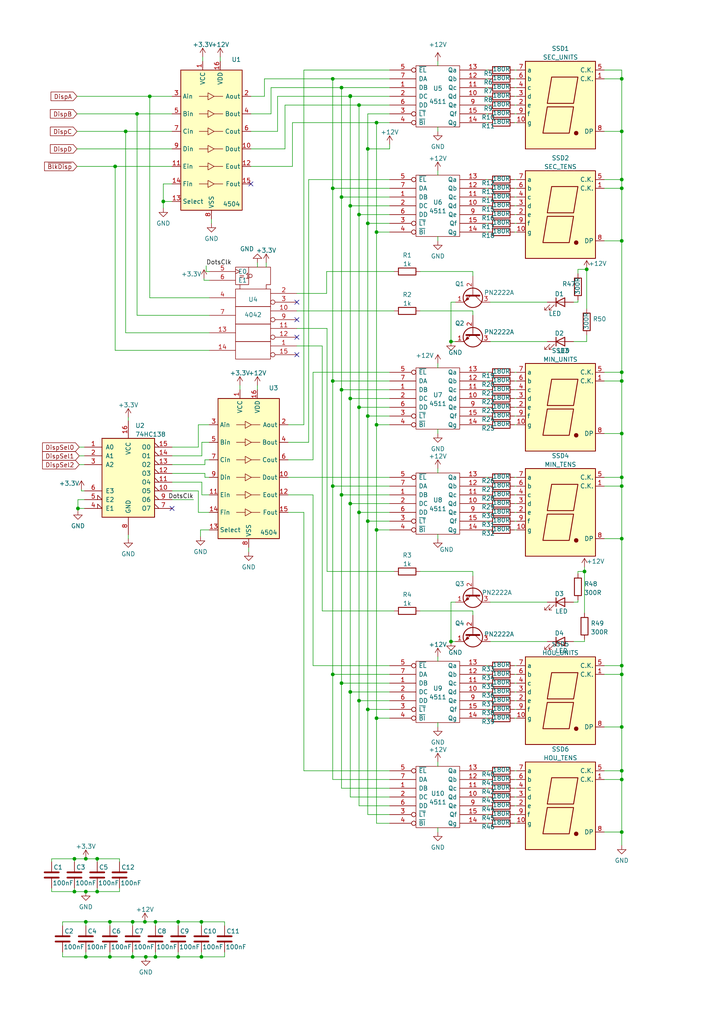
<source format=kicad_sch>
(kicad_sch (version 20211123) (generator eeschema)
  (paper "A4" portrait)
  (junction (at 180.34 223.52))
  (junction (at 101.6 115.57))
  (junction (at 180.34 210.82))
  (junction (at 28.194 249.047))
  (junction (at 180.34 38.1))
  (junction (at 180.34 54.61))
  (junction (at 31.877 267.335))
  (junction (at 24.892 258.572))
  (junction (at 96.52 195.58))
  (junction (at 109.22 67.31))
  (junction (at 33.401 48.26))
  (junction (at 101.6 27.813))
  (junction (at 51.689 267.335))
  (junction (at 104.14 118.11))
  (junction (at 106.68 43.18))
  (junction (at 39.751 33.02))
  (junction (at 45.085 267.335))
  (junction (at 101.6 59.69))
  (junction (at 180.34 195.58))
  (junction (at 99.06 143.51))
  (junction (at 99.06 25.4))
  (junction (at 42.037 267.335))
  (junction (at 24.892 267.335))
  (junction (at 130.81 186.055))
  (junction (at 96.52 22.86))
  (junction (at 24.892 277.495))
  (junction (at 99.06 57.15))
  (junction (at 58.42 267.335))
  (junction (at 180.34 107.95))
  (junction (at 180.34 138.43))
  (junction (at 104.14 30.48))
  (junction (at 38.481 277.495))
  (junction (at 104.14 203.2))
  (junction (at 31.877 277.495))
  (junction (at 36.449 38.1))
  (junction (at 104.14 62.23))
  (junction (at 109.22 153.67))
  (junction (at 22.606 147.447))
  (junction (at 180.34 193.04))
  (junction (at 180.34 22.86))
  (junction (at 180.34 226.06))
  (junction (at 28.194 258.572))
  (junction (at 169.545 165.735))
  (junction (at 109.22 208.28))
  (junction (at 180.34 140.97))
  (junction (at 58.42 277.495))
  (junction (at 24.892 249.047))
  (junction (at 180.34 241.3))
  (junction (at 130.81 99.06))
  (junction (at 104.14 148.59))
  (junction (at 101.6 146.05))
  (junction (at 99.06 113.03))
  (junction (at 45.085 277.495))
  (junction (at 21.59 258.572))
  (junction (at 106.68 151.13))
  (junction (at 106.68 120.65))
  (junction (at 170.18 78.105))
  (junction (at 43.434 27.94))
  (junction (at 42.291 277.495))
  (junction (at 101.6 200.66))
  (junction (at 109.22 35.56))
  (junction (at 180.34 125.73))
  (junction (at 51.689 277.495))
  (junction (at 38.481 267.335))
  (junction (at 101.6 27.94))
  (junction (at 96.52 140.97))
  (junction (at 106.68 64.77))
  (junction (at 21.59 249.047))
  (junction (at 96.52 54.61))
  (junction (at 106.68 205.74))
  (junction (at 96.52 110.49))
  (junction (at 109.22 123.19))
  (junction (at 180.34 110.49))
  (junction (at 180.34 156.21))
  (junction (at 180.34 52.07))
  (junction (at 99.06 198.12))
  (junction (at 47.371 58.42))
  (junction (at 180.34 69.85))
  (no_connect (at 86.106 92.71))
  (no_connect (at 86.106 102.87))
  (no_connect (at 86.106 97.79))
  (no_connect (at 86.106 87.63))
  (no_connect (at 49.911 147.447))
  (no_connect (at 72.771 53.34))
  (wire (pts (xy 140.97 226.06) (xy 141.605 226.06)))
  (wire (pts (xy 113.03 52.07) (xy 89.535 52.07)))
  (wire (pts (xy 96.52 195.58) (xy 113.03 195.58)))
  (wire (pts (xy 57.531 123.19) (xy 60.706 123.19)))
  (wire (pts (xy 99.06 198.12) (xy 99.06 228.6)))
  (wire (pts (xy 60.706 143.51) (xy 58.547 143.51)))
  (wire (pts (xy 127 220.98) (xy 127 222.25)))
  (wire (pts (xy 140.97 153.67) (xy 141.605 153.67)))
  (wire (pts (xy 149.225 228.6) (xy 149.86 228.6)))
  (wire (pts (xy 137.16 78.74) (xy 137.16 80.01)))
  (wire (pts (xy 121.92 78.74) (xy 137.16 78.74)))
  (wire (pts (xy 59.182 81.28) (xy 60.706 81.28)))
  (wire (pts (xy 86.106 95.25) (xy 94.869 95.25)))
  (wire (pts (xy 101.6 146.05) (xy 113.03 146.05)))
  (wire (pts (xy 59.436 134.747) (xy 59.436 133.35)))
  (wire (pts (xy 72.771 38.1) (xy 80.518 38.1)))
  (wire (pts (xy 14.986 249.047) (xy 14.986 249.936)))
  (wire (pts (xy 51.689 276.098) (xy 51.689 277.495)))
  (wire (pts (xy 180.34 69.85) (xy 180.34 54.61)))
  (wire (pts (xy 140.97 27.94) (xy 141.605 27.94)))
  (wire (pts (xy 149.225 27.94) (xy 149.86 27.94)))
  (wire (pts (xy 109.22 123.19) (xy 113.03 123.19)))
  (wire (pts (xy 99.06 113.03) (xy 113.03 113.03)))
  (wire (pts (xy 180.34 226.06) (xy 180.34 241.3)))
  (wire (pts (xy 149.225 120.65) (xy 149.86 120.65)))
  (wire (pts (xy 89.535 128.27) (xy 83.566 128.27)))
  (wire (pts (xy 34.671 258.572) (xy 28.194 258.572)))
  (wire (pts (xy 140.97 59.69) (xy 141.605 59.69)))
  (wire (pts (xy 140.97 203.2) (xy 141.605 203.2)))
  (wire (pts (xy 22.606 147.447) (xy 22.606 148.082)))
  (wire (pts (xy 39.751 91.44) (xy 39.751 33.02)))
  (wire (pts (xy 90.805 107.95) (xy 113.03 107.95)))
  (wire (pts (xy 175.26 125.73) (xy 180.34 125.73)))
  (wire (pts (xy 113.03 43.18) (xy 106.68 43.18)))
  (wire (pts (xy 65.151 267.335) (xy 65.151 268.478)))
  (wire (pts (xy 127 124.46) (xy 127 125.73)))
  (wire (pts (xy 61.341 63.5) (xy 61.341 64.77)))
  (wire (pts (xy 57.531 142.367) (xy 57.531 148.59)))
  (wire (pts (xy 127 68.58) (xy 127 69.85)))
  (wire (pts (xy 149.225 62.23) (xy 149.86 62.23)))
  (wire (pts (xy 149.225 198.12) (xy 149.86 198.12)))
  (wire (pts (xy 57.531 129.667) (xy 57.531 123.19)))
  (wire (pts (xy 23.622 141.986) (xy 23.622 142.367)))
  (wire (pts (xy 140.97 236.22) (xy 141.605 236.22)))
  (wire (pts (xy 140.97 146.05) (xy 141.605 146.05)))
  (wire (pts (xy 149.225 110.49) (xy 149.86 110.49)))
  (wire (pts (xy 137.16 90.17) (xy 137.16 91.44)))
  (wire (pts (xy 89.535 52.07) (xy 89.535 128.27)))
  (wire (pts (xy 140.97 205.74) (xy 141.605 205.74)))
  (wire (pts (xy 170.18 99.06) (xy 170.18 97.155)))
  (wire (pts (xy 104.14 233.68) (xy 113.03 233.68)))
  (wire (pts (xy 37.211 121.031) (xy 37.211 122.047)))
  (wire (pts (xy 101.6 115.57) (xy 101.6 146.05)))
  (wire (pts (xy 72.771 43.18) (xy 82.677 43.18)))
  (wire (pts (xy 180.34 223.52) (xy 180.34 226.06)))
  (wire (pts (xy 99.06 25.4) (xy 113.03 25.4)))
  (wire (pts (xy 49.911 139.827) (xy 58.547 139.827)))
  (wire (pts (xy 127 36.83) (xy 127 38.1)))
  (wire (pts (xy 101.6 59.69) (xy 113.03 59.69)))
  (wire (pts (xy 58.42 267.335) (xy 58.42 268.478)))
  (wire (pts (xy 169.545 165.735) (xy 169.545 177.8)))
  (wire (pts (xy 21.59 249.047) (xy 14.986 249.047)))
  (wire (pts (xy 21.59 257.556) (xy 21.59 258.572)))
  (wire (pts (xy 127 49.53) (xy 127 50.8)))
  (wire (pts (xy 106.68 33.02) (xy 106.68 43.18)))
  (wire (pts (xy 113.03 33.02) (xy 106.68 33.02)))
  (wire (pts (xy 106.68 151.13) (xy 113.03 151.13)))
  (wire (pts (xy 140.97 118.11) (xy 141.605 118.11)))
  (wire (pts (xy 101.6 27.94) (xy 101.6 27.813)))
  (wire (pts (xy 22.352 27.94) (xy 43.434 27.94)))
  (wire (pts (xy 24.892 249.047) (xy 28.194 249.047)))
  (wire (pts (xy 58.547 128.27) (xy 60.706 128.27)))
  (wire (pts (xy 113.03 110.49) (xy 96.52 110.49)))
  (wire (pts (xy 49.911 137.287) (xy 59.436 137.287)))
  (wire (pts (xy 175.26 226.06) (xy 180.34 226.06)))
  (wire (pts (xy 140.97 33.02) (xy 141.605 33.02)))
  (wire (pts (xy 43.434 27.94) (xy 49.911 27.94)))
  (wire (pts (xy 22.352 38.1) (xy 36.449 38.1)))
  (wire (pts (xy 104.14 148.59) (xy 104.14 203.2)))
  (wire (pts (xy 113.03 193.04) (xy 90.805 193.04)))
  (wire (pts (xy 149.225 151.13) (xy 149.86 151.13)))
  (wire (pts (xy 88.138 20.32) (xy 88.138 123.19)))
  (wire (pts (xy 38.481 267.335) (xy 42.037 267.335)))
  (wire (pts (xy 58.42 277.495) (xy 51.689 277.495)))
  (wire (pts (xy 140.97 238.76) (xy 141.605 238.76)))
  (wire (pts (xy 96.52 140.97) (xy 113.03 140.97)))
  (wire (pts (xy 28.194 249.047) (xy 34.671 249.047)))
  (wire (pts (xy 180.34 210.82) (xy 175.26 210.82)))
  (wire (pts (xy 167.64 174.625) (xy 167.64 173.99)))
  (wire (pts (xy 104.14 30.48) (xy 104.14 62.23)))
  (wire (pts (xy 96.52 54.61) (xy 113.03 54.61)))
  (wire (pts (xy 121.92 165.735) (xy 137.16 165.735)))
  (wire (pts (xy 96.52 22.86) (xy 113.03 22.86)))
  (wire (pts (xy 130.81 186.055) (xy 132.08 186.055)))
  (wire (pts (xy 88.138 148.59) (xy 88.138 223.52)))
  (wire (pts (xy 149.225 30.48) (xy 149.86 30.48)))
  (wire (pts (xy 109.22 208.28) (xy 113.03 208.28)))
  (wire (pts (xy 78.613 25.4) (xy 99.06 25.4)))
  (wire (pts (xy 104.14 203.2) (xy 104.14 233.68)))
  (wire (pts (xy 113.03 238.76) (xy 109.22 238.76)))
  (wire (pts (xy 22.352 48.26) (xy 33.401 48.26)))
  (wire (pts (xy 104.14 118.11) (xy 104.14 148.59)))
  (wire (pts (xy 33.401 48.26) (xy 49.911 48.26)))
  (wire (pts (xy 38.481 277.495) (xy 42.291 277.495)))
  (wire (pts (xy 149.225 208.28) (xy 149.86 208.28)))
  (wire (pts (xy 18.161 267.335) (xy 24.892 267.335)))
  (wire (pts (xy 93.472 177.165) (xy 93.472 100.33)))
  (wire (pts (xy 175.26 54.61) (xy 180.34 54.61)))
  (wire (pts (xy 140.97 148.59) (xy 141.605 148.59)))
  (wire (pts (xy 142.24 99.06) (xy 158.75 99.06)))
  (wire (pts (xy 78.613 25.4) (xy 78.613 33.02)))
  (wire (pts (xy 140.97 113.03) (xy 141.605 113.03)))
  (wire (pts (xy 149.225 57.15) (xy 149.86 57.15)))
  (wire (pts (xy 180.34 107.95) (xy 180.34 110.49)))
  (wire (pts (xy 18.161 277.495) (xy 24.892 277.495)))
  (wire (pts (xy 24.892 276.098) (xy 24.892 277.495)))
  (wire (pts (xy 99.06 143.51) (xy 99.06 198.12)))
  (wire (pts (xy 106.68 151.13) (xy 106.68 205.74)))
  (wire (pts (xy 47.371 53.34) (xy 47.371 58.42)))
  (wire (pts (xy 167.64 165.735) (xy 169.545 165.735)))
  (wire (pts (xy 149.225 107.95) (xy 149.86 107.95)))
  (wire (pts (xy 180.34 54.61) (xy 180.34 52.07)))
  (wire (pts (xy 34.671 257.556) (xy 34.671 258.572)))
  (wire (pts (xy 140.97 35.56) (xy 141.605 35.56)))
  (wire (pts (xy 109.22 67.31) (xy 109.22 123.19)))
  (wire (pts (xy 45.085 267.335) (xy 45.085 268.478)))
  (wire (pts (xy 22.987 132.207) (xy 24.511 132.207)))
  (wire (pts (xy 140.97 228.6) (xy 141.605 228.6)))
  (wire (pts (xy 106.68 120.65) (xy 106.68 151.13)))
  (wire (pts (xy 59.436 138.43) (xy 60.706 138.43)))
  (wire (pts (xy 96.52 195.58) (xy 96.52 140.97)))
  (wire (pts (xy 83.566 143.51) (xy 90.805 143.51)))
  (wire (pts (xy 31.877 276.098) (xy 31.877 277.495)))
  (wire (pts (xy 37.211 155.067) (xy 37.211 156.21)))
  (wire (pts (xy 127 17.78) (xy 127 19.05)))
  (wire (pts (xy 109.22 67.31) (xy 113.03 67.31)))
  (wire (pts (xy 175.26 107.95) (xy 180.34 107.95)))
  (wire (pts (xy 180.34 210.82) (xy 180.34 223.52)))
  (wire (pts (xy 140.97 233.68) (xy 141.605 233.68)))
  (wire (pts (xy 149.225 113.03) (xy 149.86 113.03)))
  (wire (pts (xy 109.22 153.67) (xy 113.03 153.67)))
  (wire (pts (xy 36.449 38.1) (xy 49.911 38.1)))
  (wire (pts (xy 90.805 107.95) (xy 90.805 133.35)))
  (wire (pts (xy 175.26 140.97) (xy 180.34 140.97)))
  (wire (pts (xy 96.52 140.97) (xy 96.52 110.49)))
  (wire (pts (xy 99.06 57.15) (xy 113.03 57.15)))
  (wire (pts (xy 88.138 123.19) (xy 83.566 123.19)))
  (wire (pts (xy 149.225 123.19) (xy 149.86 123.19)))
  (wire (pts (xy 169.545 164.465) (xy 169.545 165.735)))
  (wire (pts (xy 109.22 35.56) (xy 109.22 67.31)))
  (wire (pts (xy 149.225 52.07) (xy 149.86 52.07)))
  (wire (pts (xy 76.708 22.86) (xy 96.52 22.86)))
  (wire (pts (xy 49.911 129.667) (xy 57.531 129.667)))
  (wire (pts (xy 167.64 78.105) (xy 170.18 78.105)))
  (wire (pts (xy 47.371 58.42) (xy 49.911 58.42)))
  (wire (pts (xy 140.97 64.77) (xy 141.605 64.77)))
  (wire (pts (xy 175.26 20.32) (xy 180.34 20.32)))
  (wire (pts (xy 140.97 123.19) (xy 141.605 123.19)))
  (wire (pts (xy 99.06 143.51) (xy 113.03 143.51)))
  (wire (pts (xy 149.225 205.74) (xy 149.86 205.74)))
  (wire (pts (xy 149.225 115.57) (xy 149.86 115.57)))
  (wire (pts (xy 142.24 174.625) (xy 158.75 174.625)))
  (wire (pts (xy 140.97 193.04) (xy 141.605 193.04)))
  (wire (pts (xy 149.225 20.32) (xy 149.86 20.32)))
  (wire (pts (xy 43.434 86.36) (xy 60.706 86.36)))
  (wire (pts (xy 175.26 69.85) (xy 180.34 69.85)))
  (wire (pts (xy 88.138 223.52) (xy 113.03 223.52)))
  (wire (pts (xy 101.6 200.66) (xy 113.03 200.66)))
  (wire (pts (xy 90.805 193.04) (xy 90.805 143.51)))
  (wire (pts (xy 137.16 165.735) (xy 137.16 167.005)))
  (wire (pts (xy 24.892 267.335) (xy 31.877 267.335)))
  (wire (pts (xy 121.92 177.165) (xy 137.16 177.165)))
  (wire (pts (xy 175.26 223.52) (xy 180.34 223.52)))
  (wire (pts (xy 104.14 203.2) (xy 113.03 203.2)))
  (wire (pts (xy 106.68 43.18) (xy 106.68 64.77)))
  (wire (pts (xy 149.225 22.86) (xy 149.86 22.86)))
  (wire (pts (xy 96.52 22.86) (xy 96.52 54.61)))
  (wire (pts (xy 58.801 16.51) (xy 58.801 17.78)))
  (wire (pts (xy 149.225 35.56) (xy 149.86 35.56)))
  (wire (pts (xy 58.547 139.827) (xy 58.547 143.51)))
  (wire (pts (xy 127 240.03) (xy 127 241.3)))
  (wire (pts (xy 80.518 27.94) (xy 101.6 27.94)))
  (wire (pts (xy 149.225 231.14) (xy 149.86 231.14)))
  (wire (pts (xy 104.14 148.59) (xy 113.03 148.59)))
  (wire (pts (xy 149.225 64.77) (xy 149.86 64.77)))
  (wire (pts (xy 94.869 165.735) (xy 94.869 95.25)))
  (wire (pts (xy 180.34 193.04) (xy 180.34 195.58)))
  (wire (pts (xy 140.97 30.48) (xy 141.605 30.48)))
  (wire (pts (xy 38.481 276.098) (xy 38.481 277.495)))
  (wire (pts (xy 140.97 195.58) (xy 141.605 195.58)))
  (wire (pts (xy 149.225 25.4) (xy 149.86 25.4)))
  (wire (pts (xy 59.436 137.287) (xy 59.436 138.43)))
  (wire (pts (xy 99.06 228.6) (xy 113.03 228.6)))
  (wire (pts (xy 106.68 205.74) (xy 106.68 236.22)))
  (wire (pts (xy 65.151 267.335) (xy 58.42 267.335)))
  (wire (pts (xy 140.97 231.14) (xy 141.605 231.14)))
  (wire (pts (xy 140.97 138.43) (xy 141.605 138.43)))
  (wire (pts (xy 149.225 226.06) (xy 149.86 226.06)))
  (wire (pts (xy 140.97 67.31) (xy 141.605 67.31)))
  (wire (pts (xy 180.34 241.3) (xy 180.34 245.11)))
  (wire (pts (xy 43.434 27.94) (xy 43.434 86.36)))
  (wire (pts (xy 140.97 107.95) (xy 141.605 107.95)))
  (wire (pts (xy 22.352 43.18) (xy 49.911 43.18)))
  (wire (pts (xy 140.97 62.23) (xy 141.605 62.23)))
  (wire (pts (xy 58.42 276.098) (xy 58.42 277.495)))
  (wire (pts (xy 149.225 203.2) (xy 149.86 203.2)))
  (wire (pts (xy 114.3 165.735) (xy 94.869 165.735)))
  (wire (pts (xy 113.03 30.48) (xy 104.14 30.48)))
  (wire (pts (xy 149.225 67.31) (xy 149.86 67.31)))
  (wire (pts (xy 49.911 134.747) (xy 59.436 134.747)))
  (wire (pts (xy 51.689 277.495) (xy 45.085 277.495)))
  (wire (pts (xy 166.37 87.63) (xy 167.64 87.63)))
  (wire (pts (xy 149.225 143.51) (xy 149.86 143.51)))
  (wire (pts (xy 127 105.41) (xy 127 106.68)))
  (wire (pts (xy 166.37 174.625) (xy 167.64 174.625)))
  (wire (pts (xy 49.911 53.34) (xy 47.371 53.34)))
  (wire (pts (xy 99.06 198.12) (xy 113.03 198.12)))
  (wire (pts (xy 109.22 153.67) (xy 109.22 123.19)))
  (wire (pts (xy 59.817 77.089) (xy 59.817 78.74)))
  (wire (pts (xy 14.986 258.572) (xy 21.59 258.572)))
  (wire (pts (xy 72.771 33.02) (xy 78.613 33.02)))
  (wire (pts (xy 69.596 111.76) (xy 69.596 113.03)))
  (wire (pts (xy 142.24 87.63) (xy 158.75 87.63)))
  (wire (pts (xy 180.34 69.85) (xy 180.34 107.95)))
  (wire (pts (xy 127 209.55) (xy 127 210.82)))
  (wire (pts (xy 74.676 111.76) (xy 74.676 113.03)))
  (wire (pts (xy 49.911 132.207) (xy 58.547 132.207)))
  (wire (pts (xy 24.511 144.907) (xy 22.606 144.907)))
  (wire (pts (xy 175.26 195.58) (xy 180.34 195.58)))
  (wire (pts (xy 169.545 185.42) (xy 169.545 186.055)))
  (wire (pts (xy 130.81 174.625) (xy 130.81 186.055)))
  (wire (pts (xy 47.371 58.42) (xy 47.371 60.325)))
  (wire (pts (xy 130.81 99.06) (xy 132.08 99.06)))
  (wire (pts (xy 86.106 90.17) (xy 114.3 90.17)))
  (wire (pts (xy 114.3 177.165) (xy 93.472 177.165)))
  (wire (pts (xy 149.225 195.58) (xy 149.86 195.58)))
  (wire (pts (xy 149.225 200.66) (xy 149.86 200.66)))
  (wire (pts (xy 63.881 16.51) (xy 63.881 17.78)))
  (wire (pts (xy 22.606 144.907) (xy 22.606 147.447)))
  (wire (pts (xy 101.6 200.66) (xy 101.6 231.14)))
  (wire (pts (xy 58.547 132.207) (xy 58.547 128.27)))
  (wire (pts (xy 149.225 138.43) (xy 149.86 138.43)))
  (wire (pts (xy 175.26 156.21) (xy 180.34 156.21)))
  (wire (pts (xy 149.225 236.22) (xy 149.86 236.22)))
  (wire (pts (xy 175.26 52.07) (xy 180.34 52.07)))
  (wire (pts (xy 23.622 142.367) (xy 24.511 142.367)))
  (wire (pts (xy 59.182 80.772) (xy 59.182 81.28)))
  (wire (pts (xy 140.97 20.32) (xy 141.605 20.32)))
  (wire (pts (xy 140.97 208.28) (xy 141.605 208.28)))
  (wire (pts (xy 36.449 96.52) (xy 36.449 38.1)))
  (wire (pts (xy 65.151 276.098) (xy 65.151 277.495)))
  (wire (pts (xy 86.106 85.09) (xy 94.742 85.09)))
  (wire (pts (xy 149.225 238.76) (xy 149.86 238.76)))
  (wire (pts (xy 31.877 277.495) (xy 38.481 277.495)))
  (wire (pts (xy 149.225 146.05) (xy 149.86 146.05)))
  (wire (pts (xy 18.161 268.478) (xy 18.161 267.335)))
  (wire (pts (xy 42.291 277.495) (xy 45.085 277.495)))
  (wire (pts (xy 114.3 78.74) (xy 94.742 78.74)))
  (wire (pts (xy 39.751 33.02) (xy 49.911 33.02)))
  (wire (pts (xy 180.34 22.86) (xy 175.26 22.86)))
  (wire (pts (xy 74.676 76.2) (xy 74.676 77.47)))
  (wire (pts (xy 45.085 276.098) (xy 45.085 277.495)))
  (wire (pts (xy 18.161 276.098) (xy 18.161 277.495)))
  (wire (pts (xy 86.106 100.33) (xy 93.472 100.33)))
  (wire (pts (xy 42.037 267.335) (xy 45.085 267.335)))
  (wire (pts (xy 14.986 257.556) (xy 14.986 258.572)))
  (wire (pts (xy 180.34 140.97) (xy 180.34 156.21)))
  (wire (pts (xy 84.836 35.56) (xy 84.836 48.26)))
  (wire (pts (xy 149.225 54.61) (xy 149.86 54.61)))
  (wire (pts (xy 180.34 110.49) (xy 180.34 125.73)))
  (wire (pts (xy 149.225 118.11) (xy 149.86 118.11)))
  (wire (pts (xy 127 154.94) (xy 127 156.21)))
  (wire (pts (xy 166.37 99.06) (xy 170.18 99.06)))
  (wire (pts (xy 59.436 133.35) (xy 60.706 133.35)))
  (wire (pts (xy 28.194 258.572) (xy 28.194 257.556)))
  (wire (pts (xy 149.225 153.67) (xy 149.86 153.67)))
  (wire (pts (xy 140.97 22.86) (xy 141.605 22.86)))
  (wire (pts (xy 140.97 140.97) (xy 141.605 140.97)))
  (wire (pts (xy 113.03 226.06) (xy 96.52 226.06)))
  (wire (pts (xy 149.225 140.97) (xy 149.86 140.97)))
  (wire (pts (xy 121.92 90.17) (xy 137.16 90.17)))
  (wire (pts (xy 58.166 153.67) (xy 60.706 153.67)))
  (wire (pts (xy 140.97 25.4) (xy 141.605 25.4)))
  (wire (pts (xy 140.97 54.61) (xy 141.605 54.61)))
  (wire (pts (xy 180.34 20.32) (xy 180.34 22.86)))
  (wire (pts (xy 83.566 133.35) (xy 90.805 133.35)))
  (wire (pts (xy 51.689 267.335) (xy 51.689 268.478)))
  (wire (pts (xy 149.225 223.52) (xy 149.86 223.52)))
  (wire (pts (xy 167.64 78.105) (xy 167.64 79.375)))
  (wire (pts (xy 140.97 200.66) (xy 141.605 200.66)))
  (wire (pts (xy 140.97 151.13) (xy 141.605 151.13)))
  (wire (pts (xy 104.14 62.23) (xy 104.14 118.11)))
  (wire (pts (xy 140.97 223.52) (xy 141.605 223.52)))
  (wire (pts (xy 180.34 195.58) (xy 180.34 210.82)))
  (wire (pts (xy 140.97 110.49) (xy 141.605 110.49)))
  (wire (pts (xy 175.26 193.04) (xy 180.34 193.04)))
  (wire (pts (xy 83.566 148.59) (xy 88.138 148.59)))
  (wire (pts (xy 175.26 138.43) (xy 180.34 138.43)))
  (wire (pts (xy 132.08 87.63) (xy 130.81 87.63)))
  (wire (pts (xy 127 135.89) (xy 127 137.16)))
  (wire (pts (xy 180.34 156.21) (xy 180.34 193.04)))
  (wire (pts (xy 49.911 142.367) (xy 57.531 142.367)))
  (wire (pts (xy 34.671 249.936) (xy 34.671 249.047)))
  (wire (pts (xy 22.352 33.02) (xy 39.751 33.02)))
  (wire (pts (xy 106.68 64.77) (xy 106.68 120.65)))
  (wire (pts (xy 21.59 258.572) (xy 24.892 258.572)))
  (wire (pts (xy 109.22 208.28) (xy 109.22 153.67)))
  (wire (pts (xy 65.151 277.495) (xy 58.42 277.495)))
  (wire (pts (xy 72.771 48.26) (xy 84.836 48.26)))
  (wire (pts (xy 39.751 91.44) (xy 60.706 91.44)))
  (wire (pts (xy 104.14 118.11) (xy 113.03 118.11)))
  (wire (pts (xy 33.401 101.6) (xy 60.706 101.6)))
  (wire (pts (xy 58.42 267.335) (xy 51.689 267.335)))
  (wire (pts (xy 24.892 258.572) (xy 28.194 258.572)))
  (wire (pts (xy 149.225 233.68) (xy 149.86 233.68)))
  (wire (pts (xy 33.401 101.6) (xy 33.401 48.26)))
  (wire (pts (xy 99.06 113.03) (xy 99.06 143.51)))
  (wire (pts (xy 167.64 166.37) (xy 167.64 165.735)))
  (wire (pts (xy 127 190.5) (xy 127 191.77)))
  (wire (pts (xy 149.225 33.02) (xy 149.86 33.02)))
  (wire (pts (xy 130.81 87.63) (xy 130.81 99.06)))
  (wire (pts (xy 76.708 22.86) (xy 76.708 27.94)))
  (wire (pts (xy 22.606 147.447) (xy 24.511 147.447)))
  (wire (pts (xy 24.892 267.335) (xy 24.892 268.478)))
  (wire (pts (xy 72.771 27.94) (xy 76.708 27.94)))
  (wire (pts (xy 49.911 144.907) (xy 56.134 144.907)))
  (wire (pts (xy 140.97 52.07) (xy 141.605 52.07)))
  (wire (pts (xy 140.97 120.65) (xy 141.605 120.65)))
  (wire (pts (xy 101.6 115.57) (xy 113.03 115.57)))
  (wire (pts (xy 106.68 120.65) (xy 113.03 120.65)))
  (wire (pts (xy 132.08 174.625) (xy 130.81 174.625)))
  (wire (pts (xy 101.6 27.94) (xy 101.6 59.69)))
  (wire (pts (xy 140.97 143.51) (xy 141.605 143.51)))
  (wire (pts (xy 99.06 25.4) (xy 99.06 57.15)))
  (wire (pts (xy 80.518 38.1) (xy 80.518 27.94)))
  (wire (pts (xy 22.987 134.747) (xy 24.511 134.747)))
  (wire (pts (xy 113.03 20.32) (xy 88.138 20.32)))
  (wire (pts (xy 24.892 249.047) (xy 21.59 249.047)))
  (wire (pts (xy 109.22 238.76) (xy 109.22 208.28)))
  (wire (pts (xy 170.18 78.105) (xy 170.18 89.535)))
  (wire (pts (xy 106.68 205.74) (xy 113.03 205.74)))
  (wire (pts (xy 140.97 115.57) (xy 141.605 115.57)))
  (wire (pts (xy 175.26 241.3) (xy 180.34 241.3)))
  (wire (pts (xy 57.531 148.59) (xy 60.706 148.59)))
  (wire (pts (xy 21.59 249.047) (xy 21.59 249.936)))
  (wire (pts (xy 166.37 186.055) (xy 169.545 186.055)))
  (wire (pts (xy 149.225 59.69) (xy 149.86 59.69)))
  (wire (pts (xy 22.987 129.667) (xy 24.511 129.667)))
  (wire (pts (xy 137.16 177.165) (xy 137.16 178.435)))
  (wire (pts (xy 24.892 277.495) (xy 31.877 277.495)))
  (wire (pts (xy 101.6 59.69) (xy 101.6 115.57)))
  (wire (pts (xy 38.481 267.335) (xy 38.481 268.478)))
  (wire (pts (xy 82.677 30.48) (xy 82.677 43.18)))
  (wire (pts (xy 180.34 38.1) (xy 180.34 22.86)))
  (wire (pts (xy 167.64 86.995) (xy 167.64 87.63)))
  (wire (pts (xy 106.68 236.22) (xy 113.03 236.22)))
  (wire (pts (xy 96.52 226.06) (xy 96.52 195.58)))
  (wire (pts (xy 113.03 41.91) (xy 113.03 43.18)))
  (wire (pts (xy 142.24 186.055) (xy 158.75 186.055)))
  (wire (pts (xy 94.742 78.74) (xy 94.742 85.09)))
  (wire (pts (xy 84.836 35.56) (xy 109.22 35.56)))
  (wire (pts (xy 82.677 30.48) (xy 104.14 30.48)))
  (wire (pts (xy 175.26 110.49) (xy 180.34 110.49)))
  (wire (pts (xy 180.34 52.07) (xy 180.34 38.1)))
  (wire (pts (xy 72.136 158.75) (xy 72.136 160.02)))
  (wire (pts (xy 149.225 148.59) (xy 149.86 148.59)))
  (wire (pts (xy 99.06 57.15) (xy 99.06 113.03)))
  (wire (pts (xy 59.817 78.74) (xy 60.706 78.74)))
  (wire (pts (xy 101.6 146.05) (xy 101.6 200.66)))
  (wire (pts (xy 31.877 267.335) (xy 38.481 267.335)))
  (wire (pts (xy 36.449 96.52) (xy 60.706 96.52)))
  (wire (pts (xy 58.166 153.67) (xy 58.166 155.575)))
  (wire (pts (xy 149.225 193.04) (xy 149.86 193.04)))
  (wire (pts (xy 104.14 62.23) (xy 113.03 62.23)))
  (wire (pts (xy 140.97 57.15) (xy 141.605 57.15)))
  (wire (pts (xy 140.97 198.12) (xy 141.605 198.12)))
  (wire (pts (xy 101.6 231.14) (xy 113.03 231.14)))
  (wire (pts (xy 180.34 138.43) (xy 180.34 140.97)))
  (wire (pts (xy 28.194 249.047) (xy 28.194 249.936)))
  (wire (pts (xy 51.689 267.335) (xy 45.085 267.335)))
  (wire (pts (xy 77.216 76.2) (xy 77.216 77.47)))
  (wire (pts (xy 96.52 54.61) (xy 96.52 110.49)))
  (wire (pts (xy 113.03 35.56) (xy 109.22 35.56)))
  (wire (pts (xy 113.03 27.94) (xy 101.6 27.94)))
  (wire (pts (xy 31.877 267.335) (xy 31.877 268.478)))
  (wire (pts (xy 180.34 125.73) (xy 180.34 138.43)))
  (wire (pts (xy 106.68 64.77) (xy 113.03 64.77)))
  (wire (pts (xy 175.26 38.1) (xy 180.34 38.1)))
  (wire (pts (xy 83.566 138.43) (xy 113.03 138.43)))
  (label "DotsClk" (at 59.817 77.089 0))
  (label "DotsClk" (at 56.134 144.907 180))
  (global_label "DispSel0" (shape input) (at 22.987 129.667 180) (property "Intersheet References" "${INTERSHEET_REFS}" (effects hide)))
  (global_label "DispSel2" (shape input) (at 22.987 134.747 180) (property "Intersheet References" "${INTERSHEET_REFS}" (effects hide)))
  (global_label "DispD" (shape input) (at 22.352 43.18 180) (property "Intersheet References" "${INTERSHEET_REFS}" (effects hide)))
  (global_label "DispB" (shape input) (at 22.352 33.02 180) (property "Intersheet References" "${INTERSHEET_REFS}" (effects hide)))
  (global_label "~{BlkDisp}" (shape input) (at 22.352 48.26 180) (property "Intersheet References" "${INTERSHEET_REFS}" (effects hide)))
  (global_label "DispSel1" (shape input) (at 22.987 132.207 180) (property "Intersheet References" "${INTERSHEET_REFS}" (effects hide)))
  (global_label "DispC" (shape input) (at 22.352 38.1 180) (property "Intersheet References" "${INTERSHEET_REFS}" (effects hide)))
  (global_label "DispA" (shape input) (at 22.352 27.94 180) (property "Intersheet References" "${INTERSHEET_REFS}" (effects hide)))
  (symbol (lib_id "power:+12V") (at 170.18 78.105 0) (unit 1)
    (property "Reference" "#PWR0113" (effects hide))
    (property "Value" "+12V" (at 173.355 76.4342 0))
  )
  (symbol (lib_id "power:GND") (at 127 69.85 0) (unit 1)
    (property "Reference" "#PWR0114" (effects hide))
    (property "Value" "GND" (at 127 74.2934 0))
  )
  (symbol (lib_id "power:+3.3V") (at 69.596 111.76 0) (unit 1)
    (property "Reference" "#PWR0130" (effects hide))
    (property "Value" "+3.3V" (at 69.596 108.1842 0))
  )
  (symbol (lib_id "Library:LSD230A") (at 163.83 233.68 0) (unit 1)
    (property "Reference" "SSD6" (at 162.56 217.2802 0))
    (property "Value" "HOU_TENS" (at 162.56 219.8171 0))
    (property "Footprint" "Library:LSD230A" (effects hide))
  )
  (symbol (lib_id "Transistor_BJT:PN2222A") (at 137.16 96.52 270) (unit 1)
    (property "Reference" "Q2" (at 133.35 93.7498 90))
    (property "Value" "PN2222A" (at 144.78 96.2867 90))
    (property "Footprint" "Package_TO_SOT_THT:TO-92_Inline" (effects hide))
    (property "Datasheet" "https://www.onsemi.com/pub/Collateral/PN2222-D.PDF" (effects hide))
  )
  (symbol (lib_id "Device:R") (at 118.11 90.17 90) (unit 1)
    (property "Reference" "R2" (at 118.11 85.4542 90))
    (property "Value" "1k" (at 118.11 87.9911 90))
    (property "Footprint" "Resistor_THT:R_Axial_DIN0207_L6.3mm_D2.5mm_P7.62mm_Horizontal" (effects hide))
  )
  (symbol (lib_id "Device:C") (at 38.481 272.288 0) (unit 1)
    (property "Reference" "C7" (at 38.989 270.0563 0) (effects (justify left)))
    (property "Value" "100nF" (at 38.735 274.6252 0) (effects (justify left)))
    (property "Footprint" "Capacitor_THT:C_Disc_D5.0mm_W2.5mm_P5.00mm" (effects hide))
  )
  (symbol (lib_id "Device:R") (at 145.415 143.51 90) (unit 1)
    (property "Reference" "R28" (at 141.605 144.5092 90))
    (property "Value" "180R" (at 145.415 143.2361 90))
    (property "Footprint" "Resistor_THT:R_Axial_DIN0207_L6.3mm_D2.5mm_P7.62mm_Horizontal" (effects hide))
  )
  (symbol (lib_id "Device:R") (at 145.415 231.14 90) (unit 1)
    (property "Reference" "R43" (at 141.605 232.1392 90))
    (property "Value" "180R" (at 145.415 230.8661 90))
    (property "Footprint" "Resistor_THT:R_Axial_DIN0207_L6.3mm_D2.5mm_P7.62mm_Horizontal" (effects hide))
  )
  (symbol (lib_id "Device:C") (at 14.986 253.746 0) (unit 1)
    (property "Reference" "C1" (at 15.494 251.5143 0) (effects (justify left)))
    (property "Value" "100nF" (at 15.24 256.0832 0) (effects (justify left)))
    (property "Footprint" "Capacitor_THT:C_Disc_D5.0mm_W2.5mm_P5.00mm" (effects hide))
  )
  (symbol (lib_id "Device:R") (at 145.415 138.43 90) (unit 1)
    (property "Reference" "R26" (at 141.605 139.4292 90))
    (property "Value" "180R" (at 145.415 138.1561 90))
    (property "Footprint" "Resistor_THT:R_Axial_DIN0207_L6.3mm_D2.5mm_P7.62mm_Horizontal" (effects hide))
  )
  (symbol (lib_id "Device:R") (at 145.415 193.04 90) (unit 1)
    (property "Reference" "R33" (at 141.605 194.0392 90))
    (property "Value" "180R" (at 145.415 192.7661 90))
    (property "Footprint" "Resistor_THT:R_Axial_DIN0207_L6.3mm_D2.5mm_P7.62mm_Horizontal" (effects hide))
  )
  (symbol (lib_id "power:GND") (at 127 210.82 0) (unit 1)
    (property "Reference" "#PWR0103" (effects hide))
    (property "Value" "GND" (at 127 215.2634 0))
  )
  (symbol (lib_id "Device:R") (at 145.415 148.59 90) (unit 1)
    (property "Reference" "R30" (at 141.605 149.5892 90))
    (property "Value" "180R" (at 145.415 148.3161 90))
    (property "Footprint" "Resistor_THT:R_Axial_DIN0207_L6.3mm_D2.5mm_P7.62mm_Horizontal" (effects hide))
  )
  (symbol (lib_id "power:GND") (at 180.34 245.11 0) (unit 1)
    (property "Reference" "#PWR0101" (effects hide))
    (property "Value" "GND" (at 180.34 249.5534 0))
  )
  (symbol (lib_id "Device:LED") (at 162.56 87.63 0) (unit 1)
    (property "Reference" "D1" (at 162.2425 85.2338 0))
    (property "Value" "LED" (at 160.9725 90.9519 0))
    (property "Footprint" "LED_THT:LED_D5.0mm" (effects hide))
  )
  (symbol (lib_id "Device:C") (at 58.42 272.288 0) (unit 1)
    (property "Reference" "C10" (at 58.928 270.0563 0) (effects (justify left)))
    (property "Value" "100nF" (at 58.674 274.6252 0) (effects (justify left)))
    (property "Footprint" "Capacitor_THT:C_Disc_D5.0mm_W2.5mm_P5.00mm" (effects hide))
  )
  (symbol (lib_id "Device:LED") (at 162.56 174.625 0) (unit 1)
    (property "Reference" "D3" (at 162.2425 172.1952 0))
    (property "Value" "LED" (at 162.8775 177.2721 0))
    (property "Footprint" "LED_THT:LED_D5.0mm" (effects hide))
  )
  (symbol (lib_id "power:GND") (at 47.371 60.325 0) (unit 1)
    (property "Reference" "#PWR0120" (effects hide))
    (property "Value" "GND" (at 47.371 64.7684 0))
  )
  (symbol (lib_id "4xxx_IEEE:4511") (at 127 59.69 0) (unit 1)
    (property "Reference" "U6" (at 127 58.6572 0))
    (property "Value" "4511" (at 127 61.1941 0))
    (property "Footprint" "Package_SO:SOIC-16_3.9x9.9mm_P1.27mm" (effects hide))
  )
  (symbol (lib_id "Transistor_BJT:PN2222A") (at 137.16 85.09 270) (unit 1)
    (property "Reference" "Q1" (at 133.35 82.3198 90))
    (property "Value" "PN2222A" (at 144.78 84.8567 90))
    (property "Footprint" "Package_TO_SOT_THT:TO-92_Inline" (effects hide))
    (property "Datasheet" "https://www.onsemi.com/pub/Collateral/PN2222-D.PDF" (effects hide))
  )
  (symbol (lib_id "4xxx_IEEE:4511") (at 127 200.66 0) (unit 1)
    (property "Reference" "U9" (at 127 199.6272 0))
    (property "Value" "4511" (at 127 202.1641 0))
    (property "Footprint" "Package_SO:SOIC-16_3.9x9.9mm_P1.27mm" (effects hide))
  )
  (symbol (lib_id "Device:R") (at 145.415 115.57 90) (unit 1)
    (property "Reference" "R22" (at 141.605 116.5692 90))
    (property "Value" "180R" (at 145.415 115.2961 90))
    (property "Footprint" "Resistor_THT:R_Axial_DIN0207_L6.3mm_D2.5mm_P7.62mm_Horizontal" (effects hide))
  )
  (symbol (lib_id "Library:LSD230A") (at 163.83 30.48 0) (unit 1)
    (property "Reference" "SSD1" (at 162.56 14.0802 0))
    (property "Value" "SEC_UNITS" (at 162.56 16.6171 0))
    (property "Footprint" "Library:LSD230A" (effects hide))
  )
  (symbol (lib_id "Device:R") (at 145.415 140.97 90) (unit 1)
    (property "Reference" "R27" (at 141.605 141.9692 90))
    (property "Value" "180R" (at 145.415 140.6961 90))
    (property "Footprint" "Resistor_THT:R_Axial_DIN0207_L6.3mm_D2.5mm_P7.62mm_Horizontal" (effects hide))
  )
  (symbol (lib_id "Transistor_BJT:PN2222A") (at 137.16 172.085 270) (unit 1)
    (property "Reference" "Q3" (at 133.35 169.3148 90))
    (property "Value" "PN2222A" (at 144.145 171.8517 90))
    (property "Footprint" "Package_TO_SOT_THT:TO-92_Inline" (effects hide))
    (property "Datasheet" "https://www.onsemi.com/pub/Collateral/PN2222-D.PDF" (effects hide))
  )
  (symbol (lib_id "power:+12V") (at 127 105.41 0) (unit 1)
    (property "Reference" "#PWR0136" (effects hide))
    (property "Value" "+12V" (at 123.19 103.1042 0))
  )
  (symbol (lib_id "Device:R") (at 145.415 107.95 90) (unit 1)
    (property "Reference" "R19" (at 141.605 108.9492 90))
    (property "Value" "180R" (at 145.415 107.6761 90))
    (property "Footprint" "Resistor_THT:R_Axial_DIN0207_L6.3mm_D2.5mm_P7.62mm_Horizontal" (effects hide))
  )
  (symbol (lib_id "Device:R") (at 145.415 67.31 90) (unit 1)
    (property "Reference" "R18" (at 141.605 68.3092 90))
    (property "Value" "180R" (at 145.415 67.0361 90))
    (property "Footprint" "Resistor_THT:R_Axial_DIN0207_L6.3mm_D2.5mm_P7.62mm_Horizontal" (effects hide))
  )
  (symbol (lib_id "Device:R") (at 145.415 54.61 90) (unit 1)
    (property "Reference" "R13" (at 141.605 55.6092 90))
    (property "Value" "180R" (at 145.415 54.3361 90))
    (property "Footprint" "Resistor_THT:R_Axial_DIN0207_L6.3mm_D2.5mm_P7.62mm_Horizontal" (effects hide))
  )
  (symbol (lib_id "power:GND") (at 58.166 155.575 0) (unit 1)
    (property "Reference" "#PWR0126" (effects hide))
    (property "Value" "GND" (at 58.166 160.0184 0))
  )
  (symbol (lib_id "Library:LSD230A") (at 163.83 118.11 0) (unit 1)
    (property "Reference" "SSD3" (at 162.56 101.7102 0))
    (property "Value" "MIN_UNITS" (at 162.56 104.2471 0))
    (property "Footprint" "Library:LSD230A" (effects hide))
  )
  (symbol (lib_id "4xxx:4504") (at 72.136 135.89 0) (unit 1)
    (property "Reference" "U3" (at 77.9654 112.5204 0) (effects (justify left)))
    (property "Value" "4504" (at 75.4254 154.4273 0) (effects (justify left)))
    (property "Footprint" "Package_SO:SOIC-16_3.9x9.9mm_P1.27mm" (effects hide))
    (property "Datasheet" "http://www.ti.com/lit/ds/symlink/cd4504b.pdf" (effects hide))
  )
  (symbol (lib_id "Device:R") (at 145.415 35.56 90) (unit 1)
    (property "Reference" "R11" (at 141.605 36.5592 90))
    (property "Value" "180R" (at 145.415 35.2861 90))
    (property "Footprint" "Resistor_THT:R_Axial_DIN0207_L6.3mm_D2.5mm_P7.62mm_Horizontal" (effects hide))
  )
  (symbol (lib_id "Device:R") (at 145.415 120.65 90) (unit 1)
    (property "Reference" "R24" (at 141.605 121.6492 90))
    (property "Value" "180R" (at 145.415 120.3761 90))
    (property "Footprint" "Resistor_THT:R_Axial_DIN0207_L6.3mm_D2.5mm_P7.62mm_Horizontal" (effects hide))
  )
  (symbol (lib_id "power:GND") (at 130.81 99.06 0) (unit 1)
    (property "Reference" "#PWR0135" (effects hide))
    (property "Value" "GND" (at 132.08 102.2334 0))
  )
  (symbol (lib_id "4xxx_IEEE:4511") (at 127 146.05 0) (unit 1)
    (property "Reference" "U8" (at 127 145.0172 0))
    (property "Value" "4511" (at 127 147.5541 0))
    (property "Footprint" "Package_SO:SOIC-16_3.9x9.9mm_P1.27mm" (effects hide))
  )
  (symbol (lib_id "power:+12V") (at 127 17.78 0) (unit 1)
    (property "Reference" "#PWR0118" (effects hide))
    (property "Value" "+12V" (at 127 12.9342 0))
  )
  (symbol (lib_id "Device:C") (at 18.161 272.288 0) (unit 1)
    (property "Reference" "C2" (at 18.669 270.0563 0) (effects (justify left)))
    (property "Value" "100nF" (at 18.415 274.6252 0) (effects (justify left)))
    (property "Footprint" "Capacitor_THT:C_Disc_D5.0mm_W2.5mm_P5.00mm" (effects hide))
  )
  (symbol (lib_id "Device:R") (at 145.415 223.52 90) (unit 1)
    (property "Reference" "R40" (at 141.605 224.5192 90))
    (property "Value" "180R" (at 145.415 223.2461 90))
    (property "Footprint" "Resistor_THT:R_Axial_DIN0207_L6.3mm_D2.5mm_P7.62mm_Horizontal" (effects hide))
  )
  (symbol (lib_id "Device:R") (at 145.415 113.03 90) (unit 1)
    (property "Reference" "R21" (at 141.605 114.0292 90))
    (property "Value" "180R" (at 145.415 112.7561 90))
    (property "Footprint" "Resistor_THT:R_Axial_DIN0207_L6.3mm_D2.5mm_P7.62mm_Horizontal" (effects hide))
  )
  (symbol (lib_id "4xxx_IEEE:4042") (at 73.406 90.17 0) (unit 1)
    (property "Reference" "U4" (at 73.406 86.8512 0))
    (property "Value" "4042" (at 73.406 91.2931 0))
    (property "Footprint" "Package_DIP:DIP-16_W7.62mm_LongPads" (effects hide))
  )
  (symbol (lib_id "Device:R") (at 145.415 25.4 90) (unit 1)
    (property "Reference" "R7" (at 141.605 26.3992 90))
    (property "Value" "180R" (at 145.415 25.1261 90))
    (property "Footprint" "Resistor_THT:R_Axial_DIN0207_L6.3mm_D2.5mm_P7.62mm_Horizontal" (effects hide))
  )
  (symbol (lib_id "power:+12V") (at 127 190.5 0) (unit 1)
    (property "Reference" "#PWR0107" (effects hide))
    (property "Value" "+12V" (at 127 186.9242 0))
  )
  (symbol (lib_id "Device:R") (at 145.415 20.32 90) (unit 1)
    (property "Reference" "R5" (at 141.605 21.3192 90))
    (property "Value" "180R" (at 145.415 20.0461 90))
    (property "Footprint" "Resistor_THT:R_Axial_DIN0207_L6.3mm_D2.5mm_P7.62mm_Horizontal" (effects hide))
  )
  (symbol (lib_id "power:+12V") (at 74.676 111.76 0) (unit 1)
    (property "Reference" "#PWR0129" (effects hide))
    (property "Value" "+12V" (at 74.676 108.1842 0))
  )
  (symbol (lib_id "Device:C") (at 31.877 272.288 0) (unit 1)
    (property "Reference" "C6" (at 32.385 270.0563 0) (effects (justify left)))
    (property "Value" "100nF" (at 32.131 274.6252 0) (effects (justify left)))
    (property "Footprint" "Capacitor_THT:C_Disc_D5.0mm_W2.5mm_P5.00mm" (effects hide))
  )
  (symbol (lib_id "4xxx:4504") (at 61.341 40.64 0) (unit 1)
    (property "Reference" "U1" (at 67.1704 17.2704 0) (effects (justify left)))
    (property "Value" "4504" (at 64.6304 59.1773 0) (effects (justify left)))
    (property "Footprint" "Package_SO:SOIC-16_3.9x9.9mm_P1.27mm" (effects hide))
    (property "Datasheet" "http://www.ti.com/lit/ds/symlink/cd4504b.pdf" (effects hide))
  )
  (symbol (lib_id "power:+3.3V") (at 58.801 16.51 0) (unit 1)
    (property "Reference" "#PWR0125" (effects hide))
    (property "Value" "+3.3V" (at 58.801 12.9342 0))
  )
  (symbol (lib_id "power:+12V") (at 127 49.53 0) (unit 1)
    (property "Reference" "#PWR0116" (effects hide))
    (property "Value" "+12V" (at 127 45.9542 0))
  )
  (symbol (lib_id "Device:R") (at 145.415 64.77 90) (unit 1)
    (property "Reference" "R17" (at 141.605 65.7692 90))
    (property "Value" "180R" (at 145.415 64.4961 90))
    (property "Footprint" "Resistor_THT:R_Axial_DIN0207_L6.3mm_D2.5mm_P7.62mm_Horizontal" (effects hide))
  )
  (symbol (lib_id "Device:C") (at 51.689 272.288 0) (unit 1)
    (property "Reference" "C9" (at 52.197 270.0563 0) (effects (justify left)))
    (property "Value" "100nF" (at 51.943 274.6252 0) (effects (justify left)))
    (property "Footprint" "Capacitor_THT:C_Disc_D5.0mm_W2.5mm_P5.00mm" (effects hide))
  )
  (symbol (lib_id "Device:C") (at 28.194 253.746 0) (unit 1)
    (property "Reference" "C5" (at 28.702 251.5143 0) (effects (justify left)))
    (property "Value" "100nF" (at 28.448 256.0832 0) (effects (justify left)))
    (property "Footprint" "Capacitor_THT:C_Disc_D5.0mm_W2.5mm_P5.00mm" (effects hide))
  )
  (symbol (lib_id "power:+12V") (at 63.881 16.51 0) (unit 1)
    (property "Reference" "#PWR0124" (effects hide))
    (property "Value" "+12V" (at 63.881 12.9342 0))
  )
  (symbol (lib_id "Device:R") (at 118.11 177.165 90) (unit 1)
    (property "Reference" "R4" (at 118.11 172.4492 90))
    (property "Value" "1k" (at 118.11 174.9861 90))
    (property "Footprint" "Resistor_THT:R_Axial_DIN0207_L6.3mm_D2.5mm_P7.62mm_Horizontal" (effects hide))
  )
  (symbol (lib_id "power:+12V") (at 127 220.98 0) (unit 1)
    (property "Reference" "#PWR0106" (effects hide))
    (property "Value" "+12V" (at 127 217.4042 0))
  )
  (symbol (lib_id "power:GND") (at 37.211 156.21 0) (unit 1)
    (property "Reference" "#PWR0128" (effects hide))
    (property "Value" "GND" (at 37.211 160.6534 0))
  )
  (symbol (lib_id "74xx:74LS138") (at 37.211 137.287 0) (unit 1)
    (property "Reference" "U2" (at 39.2304 123.4272 0) (effects (justify left)))
    (property "Value" "74HC138" (at 39.2304 125.9641 0) (effects (justify left)))
    (property "Footprint" "Package_SO:SOIC-16_3.9x9.9mm_P1.27mm" (effects hide))
    (property "Datasheet" "http://www.ti.com/lit/gpn/sn74LS138" (effects hide))
  )
  (symbol (lib_id "Device:C") (at 45.085 272.288 0) (unit 1)
    (property "Reference" "C8" (at 45.593 270.0563 0) (effects (justify left)))
    (property "Value" "100nF" (at 45.339 274.6252 0) (effects (justify left)))
    (property "Footprint" "Capacitor_THT:C_Disc_D5.0mm_W2.5mm_P5.00mm" (effects hide))
  )
  (symbol (lib_id "Device:R") (at 145.415 33.02 90) (unit 1)
    (property "Reference" "R10" (at 141.605 34.0192 90))
    (property "Value" "180R" (at 145.415 32.7461 90))
    (property "Footprint" "Resistor_THT:R_Axial_DIN0207_L6.3mm_D2.5mm_P7.62mm_Horizontal" (effects hide))
  )
  (symbol (lib_id "Device:R") (at 145.415 200.66 90) (unit 1)
    (property "Reference" "R36" (at 141.605 201.6592 90))
    (property "Value" "180R" (at 145.415 200.3861 90))
    (property "Footprint" "Resistor_THT:R_Axial_DIN0207_L6.3mm_D2.5mm_P7.62mm_Horizontal" (effects hide))
  )
  (symbol (lib_id "Device:R") (at 145.415 153.67 90) (unit 1)
    (property "Reference" "R32" (at 141.605 154.6692 90))
    (property "Value" "180R" (at 145.415 153.3961 90))
    (property "Footprint" "Resistor_THT:R_Axial_DIN0207_L6.3mm_D2.5mm_P7.62mm_Horizontal" (effects hide))
  )
  (symbol (lib_id "Device:R") (at 170.18 93.345 180) (unit 1)
    (property "Reference" "R50" (at 171.958 92.5103 0) (effects (justify right)))
    (property "Value" "300R" (at 170.053 95.6822 90) (effects (justify right)))
    (property "Footprint" "Resistor_THT:R_Axial_DIN0207_L6.3mm_D2.5mm_P7.62mm_Horizontal" (effects hide))
  )
  (symbol (lib_id "Device:R") (at 145.415 57.15 90) (unit 1)
    (property "Reference" "R14" (at 141.605 58.1492 90))
    (property "Value" "180R" (at 145.415 56.8761 90))
    (property "Footprint" "Resistor_THT:R_Axial_DIN0207_L6.3mm_D2.5mm_P7.62mm_Horizontal" (effects hide))
  )
  (symbol (lib_id "power:+12V") (at 113.03 41.91 0) (unit 1)
    (property "Reference" "#PWR0115" (effects hide))
    (property "Value" "+12V" (at 113.03 38.3342 0))
  )
  (symbol (lib_id "4xxx_IEEE:4511") (at 127 27.94 0) (unit 1)
    (property "Reference" "U5" (at 127 25.6372 0))
    (property "Value" "4511" (at 127 29.4441 0))
    (property "Footprint" "Package_SO:SOIC-16_3.9x9.9mm_P1.27mm" (effects hide))
  )
  (symbol (lib_id "power:+12V") (at 169.545 164.465 0) (unit 1)
    (property "Reference" "#PWR0137" (effects hide))
    (property "Value" "+12V" (at 172.72 162.7942 0))
  )
  (symbol (lib_id "Device:C") (at 34.671 253.746 0) (unit 1)
    (property "Reference" "C12" (at 35.179 251.5143 0) (effects (justify left)))
    (property "Value" "100nF" (at 34.925 256.0832 0) (effects (justify left)))
    (property "Footprint" "Capacitor_THT:C_Disc_D5.0mm_W2.5mm_P5.00mm" (effects hide))
  )
  (symbol (lib_id "Device:R") (at 145.415 236.22 90) (unit 1)
    (property "Reference" "R45" (at 141.605 237.2192 90))
    (property "Value" "180R" (at 145.415 235.9461 90))
    (property "Footprint" "Resistor_THT:R_Axial_DIN0207_L6.3mm_D2.5mm_P7.62mm_Horizontal" (effects hide))
  )
  (symbol (lib_id "Device:R") (at 167.64 83.185 180) (unit 1)
    (property "Reference" "R47" (at 163.068 82.3503 0) (effects (justify right)))
    (property "Value" "300R" (at 167.513 85.5222 90) (effects (justify right)))
    (property "Footprint" "Resistor_THT:R_Axial_DIN0207_L6.3mm_D2.5mm_P7.62mm_Horizontal" (effects hide))
  )
  (symbol (lib_id "Device:R") (at 145.415 118.11 90) (unit 1)
    (property "Reference" "R23" (at 141.605 119.1092 90))
    (property "Value" "180R" (at 145.415 117.8361 90))
    (property "Footprint" "Resistor_THT:R_Axial_DIN0207_L6.3mm_D2.5mm_P7.62mm_Horizontal" (effects hide))
  )
  (symbol (lib_id "power:GND") (at 74.676 76.2 180) (unit 1)
    (property "Reference" "#PWR0121" (effects hide))
    (property "Value" "GND" (at 69.596 72.1888 0) (effects (justify right)))
  )
  (symbol (lib_id "power:GND") (at 127 241.3 0) (unit 1)
    (property "Reference" "#PWR0102" (effects hide))
    (property "Value" "GND" (at 127 245.7434 0))
  )
  (symbol (lib_id "Device:R") (at 118.11 78.74 90) (unit 1)
    (property "Reference" "R1" (at 118.11 74.0242 90))
    (property "Value" "1k" (at 118.11 76.5611 90))
    (property "Footprint" "Resistor_THT:R_Axial_DIN0207_L6.3mm_D2.5mm_P7.62mm_Horizontal" (effects hide))
  )
  (symbol (lib_id "Device:R") (at 169.545 181.61 180) (unit 1)
    (property "Reference" "R49" (at 171.323 180.7753 0) (effects (justify right)))
    (property "Value" "300R" (at 171.323 183.3122 0) (effects (justify right)))
    (property "Footprint" "Resistor_THT:R_Axial_DIN0207_L6.3mm_D2.5mm_P7.62mm_Horizontal" (effects hide))
  )
  (symbol (lib_id "Device:R") (at 145.415 151.13 90) (unit 1)
    (property "Reference" "R31" (at 141.605 152.1292 90))
    (property "Value" "180R" (at 145.415 150.8561 90))
    (property "Footprint" "Resistor_THT:R_Axial_DIN0207_L6.3mm_D2.5mm_P7.62mm_Horizontal" (effects hide))
  )
  (symbol (lib_id "power:+3.3V") (at 59.182 80.772 0) (unit 1)
    (property "Reference" "#PWR0123" (effects hide))
    (property "Value" "+3.3V" (at 55.499 79.4822 0))
  )
  (symbol (lib_id "Transistor_BJT:PN2222A") (at 137.16 183.515 270) (unit 1)
    (property "Reference" "Q4" (at 133.35 180.7448 90))
    (property "Value" "PN2222A" (at 144.78 183.9167 90))
    (property "Footprint" "Package_TO_SOT_THT:TO-92_Inline" (effects hide))
    (property "Datasheet" "https://www.onsemi.com/pub/Collateral/PN2222-D.PDF" (effects hide))
  )
  (symbol (lib_id "Device:C") (at 24.892 272.288 0) (unit 1)
    (property "Reference" "C4" (at 25.4 270.0563 0) (effects (justify left)))
    (property "Value" "100nF" (at 25.146 274.6252 0) (effects (justify left)))
    (property "Footprint" "Capacitor_THT:C_Disc_D5.0mm_W2.5mm_P5.00mm" (effects hide))
  )
  (symbol (lib_id "power:GND") (at 127 125.73 0) (unit 1)
    (property "Reference" "#PWR0133" (effects hide))
    (property "Value" "GND" (at 127 130.1734 0))
  )
  (symbol (lib_id "Device:C") (at 65.151 272.288 0) (unit 1)
    (property "Reference" "C11" (at 65.659 270.0563 0) (effects (justify left)))
    (property "Value" "100nF" (at 65.405 274.6252 0) (effects (justify left)))
    (property "Footprint" "Capacitor_THT:C_Disc_D5.0mm_W2.5mm_P5.00mm" (effects hide))
  )
  (symbol (lib_id "Device:R") (at 145.415 208.28 90) (unit 1)
    (property "Reference" "R39" (at 141.605 209.2792 90))
    (property "Value" "180R" (at 145.415 208.0061 90))
    (property "Footprint" "Resistor_THT:R_Axial_DIN0207_L6.3mm_D2.5mm_P7.62mm_Horizontal" (effects hide))
  )
  (symbol (lib_id "4xxx_IEEE:4511") (at 127 231.14 0) (unit 1)
    (property "Reference" "U10" (at 127 230.1072 0))
    (property "Value" "4511" (at 127 232.6441 0))
    (property "Footprint" "Package_SO:SOIC-16_3.9x9.9mm_P1.27mm" (effects hide))
  )
  (symbol (lib_id "power:GND") (at 72.136 160.02 0) (unit 1)
    (property "Reference" "#PWR0127" (effects hide))
    (property "Value" "GND" (at 72.136 164.4634 0))
  )
  (symbol (lib_id "power:GND") (at 130.81 186.055 0) (unit 1)
    (property "Reference" "#PWR0108" (effects hide))
    (property "Value" "GND" (at 132.08 189.2284 0))
  )
  (symbol (lib_id "power:+3.3V") (at 37.211 121.031 0) (unit 1)
    (property "Reference" "#PWR0131" (effects hide))
    (property "Value" "+3.3V" (at 37.211 117.4552 0))
  )
  (symbol (lib_id "Device:R") (at 145.415 228.6 90) (unit 1)
    (property "Reference" "R42" (at 141.605 229.5992 90))
    (property "Value" "180R" (at 145.415 228.3261 90))
    (property "Footprint" "Resistor_THT:R_Axial_DIN0207_L6.3mm_D2.5mm_P7.62mm_Horizontal" (effects hide))
  )
  (symbol (lib_id "Device:R") (at 145.415 233.68 90) (unit 1)
    (property "Reference" "R44" (at 141.605 234.6792 90))
    (property "Value" "180R" (at 145.415 233.4061 90))
    (property "Footprint" "Resistor_THT:R_Axial_DIN0207_L6.3mm_D2.5mm_P7.62mm_Horizontal" (effects hide))
  )
  (symbol (lib_id "power:+12V") (at 127 135.89 0) (unit 1)
    (property "Reference" "#PWR0132" (effects hide))
    (property "Value" "+12V" (at 127 132.3142 0))
  )
  (symbol (lib_id "Device:LED") (at 162.56 99.06 0) (unit 1)
    (property "Reference" "D2" (at 162.2425 96.6638 0))
    (property "Value" "LED" (at 163.5125 101.7469 0))
    (property "Footprint" "LED_THT:LED_D5.0mm" (effects hide))
  )
  (symbol (lib_id "Device:R") (at 145.415 195.58 90) (unit 1)
    (property "Reference" "R34" (at 141.605 196.5792 90))
    (property "Value" "180R" (at 145.415 195.3061 90))
    (property "Footprint" "Resistor_THT:R_Axial_DIN0207_L6.3mm_D2.5mm_P7.62mm_Horizontal" (effects hide))
  )
  (symbol (lib_id "power:GND") (at 61.341 64.77 0) (unit 1)
    (property "Reference" "#PWR0119" (effects hide))
    (property "Value" "GND" (at 61.341 69.2134 0))
  )
  (symbol (lib_id "Device:R") (at 145.415 27.94 90) (unit 1)
    (property "Reference" "R8" (at 141.605 28.9392 90))
    (property "Value" "180R" (at 145.415 27.6661 90))
    (property "Footprint" "Resistor_THT:R_Axial_DIN0207_L6.3mm_D2.5mm_P7.62mm_Horizontal" (effects hide))
  )
  (symbol (lib_id "Device:R") (at 145.415 226.06 90) (unit 1)
    (property "Reference" "R41" (at 141.605 227.0592 90))
    (property "Value" "180R" (at 145.415 225.7861 90))
    (property "Footprint" "Resistor_THT:R_Axial_DIN0207_L6.3mm_D2.5mm_P7.62mm_Horizontal" (effects hide))
  )
  (symbol (lib_id "Device:R") (at 145.415 30.48 90) (unit 1)
    (property "Reference" "R9" (at 141.605 31.4792 90))
    (property "Value" "180R" (at 145.415 30.2061 90))
    (property "Footprint" "Resistor_THT:R_Axial_DIN0207_L6.3mm_D2.5mm_P7.62mm_Horizontal" (effects hide))
  )
  (symbol (lib_id "Device:R") (at 145.415 62.23 90) (unit 1)
    (property "Reference" "R16" (at 141.605 63.2292 90))
    (property "Value" "180R" (at 145.415 61.9561 90))
    (property "Footprint" "Resistor_THT:R_Axial_DIN0207_L6.3mm_D2.5mm_P7.62mm_Horizontal" (effects hide))
  )
  (symbol (lib_id "power:GND") (at 22.606 148.082 0) (unit 1)
    (property "Reference" "#PWR0104" (effects hide))
    (property "Value" "GND" (at 22.606 152.5254 0))
  )
  (symbol (lib_id "Device:R") (at 145.415 205.74 90) (unit 1)
    (property "Reference" "R38" (at 141.605 206.7392 90))
    (property "Value" "180R" (at 145.415 205.4661 90))
    (property "Footprint" "Resistor_THT:R_Axial_DIN0207_L6.3mm_D2.5mm_P7.62mm_Horizontal" (effects hide))
  )
  (symbol (lib_id "Library:LSD230A") (at 163.83 62.23 0) (unit 1)
    (property "Reference" "SSD2" (at 162.56 45.8302 0))
    (property "Value" "SEC_TENS" (at 162.56 48.3671 0))
    (property "Footprint" "Library:LSD230A" (effects hide))
  )
  (symbol (lib_id "Device:R") (at 167.64 170.18 180) (unit 1)
    (property "Reference" "R48" (at 169.418 169.3453 0) (effects (justify right)))
    (property "Value" "300R" (at 169.418 171.8822 0) (effects (justify right)))
    (property "Footprint" "Resistor_THT:R_Axial_DIN0207_L6.3mm_D2.5mm_P7.62mm_Horizontal" (effects hide))
  )
  (symbol (lib_id "power:+3.3V") (at 77.216 76.2 0) (unit 1)
    (property "Reference" "#PWR0122" (effects hide))
    (property "Value" "+3.3V" (at 77.216 72.6242 0))
  )
  (symbol (lib_id "Library:LSD230A") (at 163.83 148.59 0) (unit 1)
    (property "Reference" "SSD4" (at 162.56 132.1902 0))
    (property "Value" "MIN_TENS" (at 162.56 134.7271 0))
    (property "Footprint" "Library:LSD230A" (effects hide))
  )
  (symbol (lib_id "Device:R") (at 145.415 110.49 90) (unit 1)
    (property "Reference" "R20" (at 141.605 111.4892 90))
    (property "Value" "180R" (at 145.415 110.2161 90))
    (property "Footprint" "Resistor_THT:R_Axial_DIN0207_L6.3mm_D2.5mm_P7.62mm_Horizontal" (effects hide))
  )
  (symbol (lib_id "power:GND") (at 42.291 277.495 0) (unit 1)
    (property "Reference" "#PWR0112" (effects hide))
    (property "Value" "GND" (at 42.291 281.9384 0))
  )
  (symbol (lib_id "Device:R") (at 145.415 52.07 90) (unit 1)
    (property "Reference" "R12" (at 141.605 53.0692 90))
    (property "Value" "180R" (at 145.415 51.7961 90))
    (property "Footprint" "Resistor_THT:R_Axial_DIN0207_L6.3mm_D2.5mm_P7.62mm_Horizontal" (effects hide))
  )
  (symbol (lib_id "Device:R") (at 145.415 22.86 90) (unit 1)
    (property "Reference" "R6" (at 141.605 23.8592 90))
    (property "Value" "180R" (at 145.415 22.5861 90))
    (property "Footprint" "Resistor_THT:R_Axial_DIN0207_L6.3mm_D2.5mm_P7.62mm_Horizontal" (effects hide))
  )
  (symbol (lib_id "Device:LED") (at 162.56 186.055 0) (unit 1)
    (property "Reference" "D4" (at 162.2425 183.6252 0))
    (property "Value" "LED" (at 162.8775 188.7021 0))
    (property "Footprint" "LED_THT:LED_D5.0mm" (effects hide))
  )
  (symbol (lib_id "Device:C") (at 21.59 253.746 0) (unit 1)
    (property "Reference" "C3" (at 22.098 251.5143 0) (effects (justify left)))
    (property "Value" "100nF" (at 21.844 256.0832 0) (effects (justify left)))
    (property "Footprint" "Capacitor_THT:C_Disc_D5.0mm_W2.5mm_P5.00mm" (effects hide))
  )
  (symbol (lib_id "4xxx_IEEE:4511") (at 127 115.57 0) (unit 1)
    (property "Reference" "U7" (at 127 114.5372 0))
    (property "Value" "4511" (at 127 117.0741 0))
    (property "Footprint" "Package_SO:SOIC-16_3.9x9.9mm_P1.27mm" (effects hide))
  )
  (symbol (lib_id "power:+3.3V") (at 24.892 249.047 0) (unit 1)
    (property "Reference" "#PWR0110" (effects hide))
    (property "Value" "+3.3V" (at 24.892 245.4712 0))
  )
  (symbol (lib_id "Device:R") (at 145.415 123.19 90) (unit 1)
    (property "Reference" "R25" (at 141.605 124.1892 90))
    (property "Value" "180R" (at 145.415 122.9161 90))
    (property "Footprint" "Resistor_THT:R_Axial_DIN0207_L6.3mm_D2.5mm_P7.62mm_Horizontal" (effects hide))
  )
  (symbol (lib_id "Device:R") (at 145.415 59.69 90) (unit 1)
    (property "Reference" "R15" (at 141.605 60.6892 90))
    (property "Value" "180R" (at 145.415 59.4161 90))
    (property "Footprint" "Resistor_THT:R_Axial_DIN0207_L6.3mm_D2.5mm_P7.62mm_Horizontal" (effects hide))
  )
  (symbol (lib_id "power:GND") (at 127 38.1 0) (unit 1)
    (property "Reference" "#PWR0117" (effects hide))
    (property "Value" "GND" (at 127 42.5434 0))
  )
  (symbol (lib_id "power:+12V") (at 42.037 267.335 0) (unit 1)
    (property "Reference" "#PWR0111" (effects hide))
    (property "Value" "+12V" (at 42.037 263.7592 0))
  )
  (symbol (lib_id "Device:R") (at 118.11 165.735 90) (unit 1)
    (property "Reference" "R3" (at 118.11 161.0192 90))
    (property "Value" "1k" (at 118.11 163.5561 90))
    (property "Footprint" "Resistor_THT:R_Axial_DIN0207_L6.3mm_D2.5mm_P7.62mm_Horizontal" (effects hide))
  )
  (symbol (lib_id "Device:R") (at 145.415 146.05 90) (unit 1)
    (property "Reference" "R29" (at 141.605 147.0492 90))
    (property "Value" "180R" (at 145.415 145.7761 90))
    (property "Footprint" "Resistor_THT:R_Axial_DIN0207_L6.3mm_D2.5mm_P7.62mm_Horizontal" (effects hide))
  )
  (symbol (lib_id "Library:LSD230A") (at 163.83 203.2 0) (unit 1)
    (property "Reference" "SSD5" (at 162.56 186.8002 0))
    (property "Value" "HOU_UNITS" (at 162.56 189.3371 0))
    (property "Footprint" "Library:LSD230A" (effects hide))
  )
  (symbol (lib_id "power:GND") (at 127 156.21 0) (unit 1)
    (property "Reference" "#PWR0134" (effects hide))
    (property "Value" "GND" (at 129.54 159.3834 0))
  )
  (symbol (lib_id "Device:R") (at 145.415 238.76 90) (unit 1)
    (property "Reference" "R46" (at 141.605 239.7592 90))
    (property "Value" "180R" (at 145.415 238.4861 90))
    (property "Footprint" "Resistor_THT:R_Axial_DIN0207_L6.3mm_D2.5mm_P7.62mm_Horizontal" (effects hide))
  )
  (symbol (lib_id "Device:R") (at 145.415 203.2 90) (unit 1)
    (property "Reference" "R37" (at 141.605 204.1992 90))
    (property "Value" "180R" (at 145.415 202.9261 90))
    (property "Footprint" "Resistor_THT:R_Axial_DIN0207_L6.3mm_D2.5mm_P7.62mm_Horizontal" (effects hide))
  )
  (symbol (lib_id "Device:R") (at 145.415 198.12 90) (unit 1)
    (property "Reference" "R35" (at 141.605 199.1192 90))
    (property "Value" "180R" (at 145.415 197.8461 90))
    (property "Footprint" "Resistor_THT:R_Axial_DIN0207_L6.3mm_D2.5mm_P7.62mm_Horizontal" (effects hide))
  )
  (symbol (lib_id "power:+3.3V") (at 23.622 141.986 0) (unit 1)
    (property "Reference" "#PWR0105" (effects hide))
    (property "Value" "+3.3V" (at 20.066 140.1882 0))
  )
  (symbol (lib_id "power:GND") (at 24.892 258.572 0) (unit 1)
    (property "Reference" "#PWR0109" (effects hide))
    (property "Value" "GND" (at 24.892 263.0154 0))
  )
)
</source>
